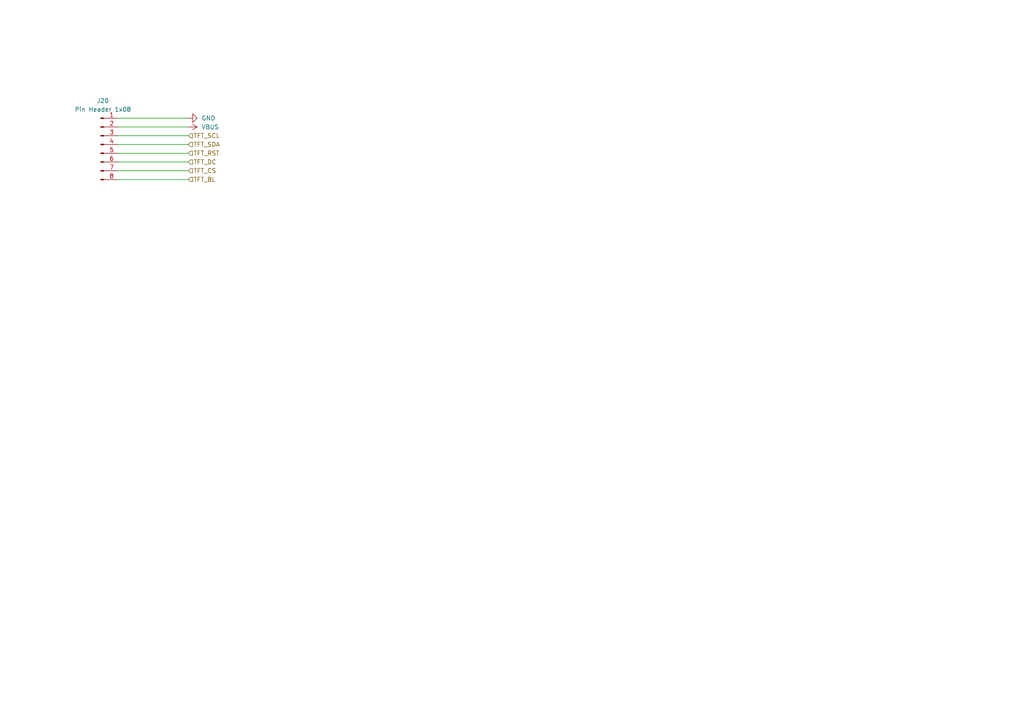
<source format=kicad_sch>
(kicad_sch (version 20250114) (generator "eeschema") (generator_version "9.0")
  (paper "A4")
  (title_block (title "TurboFRANK") (date "2025-03-19") (rev "1.04") (company "Mikhail Matveev") (comment 1 "https://github.com/xtremespb/frank"))
  (lib_symbols
    (symbol "Connector:Conn_01x08_Pin" (pin_names (offset 1.016) (hide yes))
      (property "Reference" "J" (at 0 10.16 0))
      (property "Value" "Conn_01x08_Pin" (at 0 -12.7 0))
      (symbol "Conn_01x08_Pin_1_1"
        (rectangle (start 0.8636 7.747) (end 0 7.493) (stroke (width 0.1524)) (fill (type outline)))
        (rectangle (start 0.8636 5.207) (end 0 4.953) (stroke (width 0.1524)) (fill (type outline)))
        (rectangle (start 0.8636 2.667) (end 0 2.413) (stroke (width 0.1524)) (fill (type outline)))
        (rectangle (start 0.8636 0.127) (end 0 -0.127) (stroke (width 0.1524)) (fill (type outline)))
        (rectangle (start 0.8636 -2.413) (end 0 -2.667) (stroke (width 0.1524)) (fill (type outline)))
        (rectangle (start 0.8636 -4.953) (end 0 -5.207) (stroke (width 0.1524)) (fill (type outline)))
        (rectangle (start 0.8636 -7.493) (end 0 -7.747) (stroke (width 0.1524)) (fill (type outline)))
        (rectangle (start 0.8636 -10.033) (end 0 -10.287) (stroke (width 0.1524)) (fill (type outline)))
        (polyline (pts (xy 1.27 7.62) (xy 0.8636 7.62)) (stroke (width 0.1524)))
        (polyline (pts (xy 1.27 5.08) (xy 0.8636 5.08)) (stroke (width 0.1524)))
        (polyline (pts (xy 1.27 2.54) (xy 0.8636 2.54)) (stroke (width 0.1524)))
        (polyline (pts (xy 1.27 0) (xy 0.8636 0)) (stroke (width 0.1524)))
        (polyline (pts (xy 1.27 -2.54) (xy 0.8636 -2.54)) (stroke (width 0.1524)))
        (polyline (pts (xy 1.27 -5.08) (xy 0.8636 -5.08)) (stroke (width 0.1524)))
        (polyline (pts (xy 1.27 -7.62) (xy 0.8636 -7.62)) (stroke (width 0.1524)))
        (polyline (pts (xy 1.27 -10.16) (xy 0.8636 -10.16)) (stroke (width 0.1524)))
        (pin passive line (at 5.08 7.62 180) (length 3.81) (name "Pin_1") (number "1"))
        (pin passive line (at 5.08 5.08 180) (length 3.81) (name "Pin_2") (number "2"))
        (pin passive line (at 5.08 2.54 180) (length 3.81) (name "Pin_3") (number "3"))
        (pin passive line (at 5.08 0 180) (length 3.81) (name "Pin_4") (number "4"))
        (pin passive line (at 5.08 -2.54 180) (length 3.81) (name "Pin_5") (number "5"))
        (pin passive line (at 5.08 -5.08 180) (length 3.81) (name "Pin_6") (number "6"))
        (pin passive line (at 5.08 -7.62 180) (length 3.81) (name "Pin_7") (number "7"))
        (pin passive line (at 5.08 -10.16 180) (length 3.81) (name "Pin_8") (number "8"))
      )
    )
    (symbol "GND_8" (power) (pin_numbers (hide yes)) (pin_names (offset 0) (hide yes))
      (property "Value" "GND" (at 0 -3.81 0))
      (symbol "GND_8_0_1"
        (polyline (pts (xy 0 0) (xy 0 -1.27) (xy 1.27 -1.27) (xy 0 -2.54) (xy -1.27 -1.27) (xy 0 -1.27)))
      )
      (symbol "GND_8_1_1"
        (pin power_in line (at 0 0 270) (length 0) (name "~") (number "1"))
      )
    )
    (symbol "power:VBUS" (power) (pin_numbers (hide yes)) (pin_names (offset 0) (hide yes))
      (property "Value" "VBUS" (at 0 3.556 0))
      (symbol "VBUS_0_1"
        (polyline (pts (xy -0.762 1.27) (xy 0 2.54)))
        (polyline (pts (xy 0 2.54) (xy 0.762 1.27)))
        (polyline (pts (xy 0 0) (xy 0 2.54)))
      )
      (symbol "VBUS_1_1"
        (pin power_in line (at 0 0 90) (length 0) (name "~") (number "1"))
      )
    )
  )
  (wire (pts (xy 34.29 41.91) (xy 54.61 41.91)))
  (wire (pts (xy 34.29 39.37) (xy 54.61 39.37)))
  (wire (pts (xy 34.29 44.45) (xy 54.61 44.45)))
  (wire (pts (xy 34.29 34.29) (xy 54.61 34.29)))
  (wire (pts (xy 34.29 52.07) (xy 54.61 52.07)))
  (wire (pts (xy 34.29 46.99) (xy 54.61 46.99)))
  (wire (pts (xy 34.29 36.83) (xy 54.61 36.83)))
  (wire (pts (xy 34.29 49.53) (xy 54.61 49.53)))
  (hierarchical_label "TFT_SCL" (shape input) (at 54.61 39.37 0))
  (hierarchical_label "TFT_RST" (shape input) (at 54.61 44.45 0))
  (hierarchical_label "TFT_BL" (shape input) (at 54.61 52.07 0))
  (hierarchical_label "TFT_DC" (shape input) (at 54.61 46.99 0))
  (hierarchical_label "TFT_SDA" (shape input) (at 54.61 41.91 0))
  (hierarchical_label "TFT_CS" (shape input) (at 54.61 49.53 0))
  (symbol (lib_name "GND_8") (lib_id "power:GND") (at 54.61 34.29 90) (unit 1)
    (property "Reference" "#PWR074" (effects (hide yes)))
    (property "Value" "GND" (at 58.42 34.2899 90) (effects (justify right)))
    (property "Description" "Power symbol creates a global label with name \"GND\" , ground" (effects (hide yes)))
  )
  (symbol (lib_id "power:VBUS") (at 54.61 36.83 270) (unit 1)
    (property "Reference" "#PWR075" (effects (hide yes)))
    (property "Value" "VBUS" (at 58.42 36.8299 90) (effects (justify left)))
    (property "Description" "Power symbol creates a global label with name \"VBUS\"" (effects (hide yes)))
  )
  (symbol (lib_id "Connector:Conn_01x08_Pin") (at 29.21 41.91 0) (unit 1)
    (property "Reference" "J20" (at 29.845 29.21 0))
    (property "Value" "Pin Header 1x08" (at 29.845 31.75 0))
    (property "Footprint" "FRANK:Pin Header (1x08)" (effects (hide yes)))
    (property "Description" "Generic connector, single row, 01x08, script generated" (effects (hide yes)))
    (property "AliExpress" "https://www.aliexpress.com/item/1005007039504981.html" (effects (hide yes)))
  )
)
</source>
